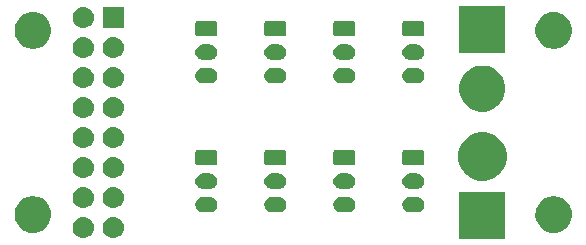
<source format=gbr>
G04 #@! TF.GenerationSoftware,KiCad,Pcbnew,(5.1.4)-1*
G04 #@! TF.CreationDate,2021-11-14T18:33:36-06:00*
G04 #@! TF.ProjectId,FadecandyHatV1.0,46616465-6361-46e6-9479-48617456312e,rev?*
G04 #@! TF.SameCoordinates,Original*
G04 #@! TF.FileFunction,Soldermask,Bot*
G04 #@! TF.FilePolarity,Negative*
%FSLAX46Y46*%
G04 Gerber Fmt 4.6, Leading zero omitted, Abs format (unit mm)*
G04 Created by KiCad (PCBNEW (5.1.4)-1) date 2021-11-14 18:33:36*
%MOMM*%
%LPD*%
G04 APERTURE LIST*
%ADD10C,0.100000*%
G04 APERTURE END LIST*
D10*
G36*
X37003000Y-21255000D02*
G01*
X33101000Y-21255000D01*
X33101000Y-17353000D01*
X37003000Y-17353000D01*
X37003000Y-21255000D01*
X37003000Y-21255000D01*
G37*
G36*
X3920443Y-19425519D02*
G01*
X3986627Y-19432037D01*
X4156466Y-19483557D01*
X4312991Y-19567222D01*
X4348729Y-19596552D01*
X4450186Y-19679814D01*
X4533448Y-19781271D01*
X4562778Y-19817009D01*
X4646443Y-19973534D01*
X4697963Y-20143373D01*
X4715359Y-20320000D01*
X4697963Y-20496627D01*
X4646443Y-20666466D01*
X4562778Y-20822991D01*
X4533448Y-20858729D01*
X4450186Y-20960186D01*
X4348729Y-21043448D01*
X4312991Y-21072778D01*
X4156466Y-21156443D01*
X3986627Y-21207963D01*
X3920442Y-21214482D01*
X3854260Y-21221000D01*
X3765740Y-21221000D01*
X3699558Y-21214482D01*
X3633373Y-21207963D01*
X3463534Y-21156443D01*
X3307009Y-21072778D01*
X3271271Y-21043448D01*
X3169814Y-20960186D01*
X3086552Y-20858729D01*
X3057222Y-20822991D01*
X2973557Y-20666466D01*
X2922037Y-20496627D01*
X2904641Y-20320000D01*
X2922037Y-20143373D01*
X2973557Y-19973534D01*
X3057222Y-19817009D01*
X3086552Y-19781271D01*
X3169814Y-19679814D01*
X3271271Y-19596552D01*
X3307009Y-19567222D01*
X3463534Y-19483557D01*
X3633373Y-19432037D01*
X3699557Y-19425519D01*
X3765740Y-19419000D01*
X3854260Y-19419000D01*
X3920443Y-19425519D01*
X3920443Y-19425519D01*
G37*
G36*
X1380443Y-19425519D02*
G01*
X1446627Y-19432037D01*
X1616466Y-19483557D01*
X1772991Y-19567222D01*
X1808729Y-19596552D01*
X1910186Y-19679814D01*
X1993448Y-19781271D01*
X2022778Y-19817009D01*
X2106443Y-19973534D01*
X2157963Y-20143373D01*
X2175359Y-20320000D01*
X2157963Y-20496627D01*
X2106443Y-20666466D01*
X2022778Y-20822991D01*
X1993448Y-20858729D01*
X1910186Y-20960186D01*
X1808729Y-21043448D01*
X1772991Y-21072778D01*
X1616466Y-21156443D01*
X1446627Y-21207963D01*
X1380442Y-21214482D01*
X1314260Y-21221000D01*
X1225740Y-21221000D01*
X1159558Y-21214482D01*
X1093373Y-21207963D01*
X923534Y-21156443D01*
X767009Y-21072778D01*
X731271Y-21043448D01*
X629814Y-20960186D01*
X546552Y-20858729D01*
X517222Y-20822991D01*
X433557Y-20666466D01*
X382037Y-20496627D01*
X364641Y-20320000D01*
X382037Y-20143373D01*
X433557Y-19973534D01*
X517222Y-19817009D01*
X546552Y-19781271D01*
X629814Y-19679814D01*
X731271Y-19596552D01*
X767009Y-19567222D01*
X923534Y-19483557D01*
X1093373Y-19432037D01*
X1159557Y-19425519D01*
X1225740Y-19419000D01*
X1314260Y-19419000D01*
X1380443Y-19425519D01*
X1380443Y-19425519D01*
G37*
G36*
X41402585Y-17703802D02*
G01*
X41552410Y-17733604D01*
X41834674Y-17850521D01*
X42088705Y-18020259D01*
X42304741Y-18236295D01*
X42474479Y-18490326D01*
X42591396Y-18772590D01*
X42607501Y-18853554D01*
X42635707Y-18995354D01*
X42651000Y-19072240D01*
X42651000Y-19377760D01*
X42591396Y-19677410D01*
X42474479Y-19959674D01*
X42304741Y-20213705D01*
X42088705Y-20429741D01*
X41834674Y-20599479D01*
X41552410Y-20716396D01*
X41402585Y-20746198D01*
X41252761Y-20776000D01*
X40947239Y-20776000D01*
X40797415Y-20746198D01*
X40647590Y-20716396D01*
X40365326Y-20599479D01*
X40111295Y-20429741D01*
X39895259Y-20213705D01*
X39725521Y-19959674D01*
X39608604Y-19677410D01*
X39549000Y-19377760D01*
X39549000Y-19072240D01*
X39564294Y-18995354D01*
X39592499Y-18853554D01*
X39608604Y-18772590D01*
X39725521Y-18490326D01*
X39895259Y-18236295D01*
X40111295Y-18020259D01*
X40365326Y-17850521D01*
X40647590Y-17733604D01*
X40797415Y-17703802D01*
X40947239Y-17674000D01*
X41252761Y-17674000D01*
X41402585Y-17703802D01*
X41402585Y-17703802D01*
G37*
G36*
X-2697415Y-17703802D02*
G01*
X-2547590Y-17733604D01*
X-2265326Y-17850521D01*
X-2011295Y-18020259D01*
X-1795259Y-18236295D01*
X-1625521Y-18490326D01*
X-1508604Y-18772590D01*
X-1492499Y-18853554D01*
X-1464293Y-18995354D01*
X-1449000Y-19072240D01*
X-1449000Y-19377760D01*
X-1508604Y-19677410D01*
X-1625521Y-19959674D01*
X-1795259Y-20213705D01*
X-2011295Y-20429741D01*
X-2265326Y-20599479D01*
X-2547590Y-20716396D01*
X-2697415Y-20746198D01*
X-2847239Y-20776000D01*
X-3152761Y-20776000D01*
X-3302585Y-20746198D01*
X-3452410Y-20716396D01*
X-3734674Y-20599479D01*
X-3988705Y-20429741D01*
X-4204741Y-20213705D01*
X-4374479Y-19959674D01*
X-4491396Y-19677410D01*
X-4551000Y-19377760D01*
X-4551000Y-19072240D01*
X-4535706Y-18995354D01*
X-4507501Y-18853554D01*
X-4491396Y-18772590D01*
X-4374479Y-18490326D01*
X-4204741Y-18236295D01*
X-3988705Y-18020259D01*
X-3734674Y-17850521D01*
X-3452410Y-17733604D01*
X-3302585Y-17703802D01*
X-3152761Y-17674000D01*
X-2847239Y-17674000D01*
X-2697415Y-17703802D01*
X-2697415Y-17703802D01*
G37*
G36*
X23706855Y-17743140D02*
G01*
X23770618Y-17749420D01*
X23861404Y-17776960D01*
X23893336Y-17786646D01*
X24006425Y-17847094D01*
X24105554Y-17928446D01*
X24186906Y-18027575D01*
X24247354Y-18140664D01*
X24247355Y-18140668D01*
X24284580Y-18263382D01*
X24297149Y-18391000D01*
X24284580Y-18518618D01*
X24280284Y-18532779D01*
X24247354Y-18641336D01*
X24186906Y-18754425D01*
X24105554Y-18853554D01*
X24006425Y-18934906D01*
X23893336Y-18995354D01*
X23861404Y-19005040D01*
X23770618Y-19032580D01*
X23706855Y-19038860D01*
X23674974Y-19042000D01*
X23061026Y-19042000D01*
X23029145Y-19038860D01*
X22965382Y-19032580D01*
X22874596Y-19005040D01*
X22842664Y-18995354D01*
X22729575Y-18934906D01*
X22630446Y-18853554D01*
X22549094Y-18754425D01*
X22488646Y-18641336D01*
X22455716Y-18532779D01*
X22451420Y-18518618D01*
X22438851Y-18391000D01*
X22451420Y-18263382D01*
X22488645Y-18140668D01*
X22488646Y-18140664D01*
X22549094Y-18027575D01*
X22630446Y-17928446D01*
X22729575Y-17847094D01*
X22842664Y-17786646D01*
X22874596Y-17776960D01*
X22965382Y-17749420D01*
X23029145Y-17743140D01*
X23061026Y-17740000D01*
X23674974Y-17740000D01*
X23706855Y-17743140D01*
X23706855Y-17743140D01*
G37*
G36*
X12022855Y-17743140D02*
G01*
X12086618Y-17749420D01*
X12177404Y-17776960D01*
X12209336Y-17786646D01*
X12322425Y-17847094D01*
X12421554Y-17928446D01*
X12502906Y-18027575D01*
X12563354Y-18140664D01*
X12563355Y-18140668D01*
X12600580Y-18263382D01*
X12613149Y-18391000D01*
X12600580Y-18518618D01*
X12596284Y-18532779D01*
X12563354Y-18641336D01*
X12502906Y-18754425D01*
X12421554Y-18853554D01*
X12322425Y-18934906D01*
X12209336Y-18995354D01*
X12177404Y-19005040D01*
X12086618Y-19032580D01*
X12022855Y-19038860D01*
X11990974Y-19042000D01*
X11377026Y-19042000D01*
X11345145Y-19038860D01*
X11281382Y-19032580D01*
X11190596Y-19005040D01*
X11158664Y-18995354D01*
X11045575Y-18934906D01*
X10946446Y-18853554D01*
X10865094Y-18754425D01*
X10804646Y-18641336D01*
X10771716Y-18532779D01*
X10767420Y-18518618D01*
X10754851Y-18391000D01*
X10767420Y-18263382D01*
X10804645Y-18140668D01*
X10804646Y-18140664D01*
X10865094Y-18027575D01*
X10946446Y-17928446D01*
X11045575Y-17847094D01*
X11158664Y-17786646D01*
X11190596Y-17776960D01*
X11281382Y-17749420D01*
X11345145Y-17743140D01*
X11377026Y-17740000D01*
X11990974Y-17740000D01*
X12022855Y-17743140D01*
X12022855Y-17743140D01*
G37*
G36*
X17864855Y-17743140D02*
G01*
X17928618Y-17749420D01*
X18019404Y-17776960D01*
X18051336Y-17786646D01*
X18164425Y-17847094D01*
X18263554Y-17928446D01*
X18344906Y-18027575D01*
X18405354Y-18140664D01*
X18405355Y-18140668D01*
X18442580Y-18263382D01*
X18455149Y-18391000D01*
X18442580Y-18518618D01*
X18438284Y-18532779D01*
X18405354Y-18641336D01*
X18344906Y-18754425D01*
X18263554Y-18853554D01*
X18164425Y-18934906D01*
X18051336Y-18995354D01*
X18019404Y-19005040D01*
X17928618Y-19032580D01*
X17864855Y-19038860D01*
X17832974Y-19042000D01*
X17219026Y-19042000D01*
X17187145Y-19038860D01*
X17123382Y-19032580D01*
X17032596Y-19005040D01*
X17000664Y-18995354D01*
X16887575Y-18934906D01*
X16788446Y-18853554D01*
X16707094Y-18754425D01*
X16646646Y-18641336D01*
X16613716Y-18532779D01*
X16609420Y-18518618D01*
X16596851Y-18391000D01*
X16609420Y-18263382D01*
X16646645Y-18140668D01*
X16646646Y-18140664D01*
X16707094Y-18027575D01*
X16788446Y-17928446D01*
X16887575Y-17847094D01*
X17000664Y-17786646D01*
X17032596Y-17776960D01*
X17123382Y-17749420D01*
X17187145Y-17743140D01*
X17219026Y-17740000D01*
X17832974Y-17740000D01*
X17864855Y-17743140D01*
X17864855Y-17743140D01*
G37*
G36*
X29548855Y-17743140D02*
G01*
X29612618Y-17749420D01*
X29703404Y-17776960D01*
X29735336Y-17786646D01*
X29848425Y-17847094D01*
X29947554Y-17928446D01*
X30028906Y-18027575D01*
X30089354Y-18140664D01*
X30089355Y-18140668D01*
X30126580Y-18263382D01*
X30139149Y-18391000D01*
X30126580Y-18518618D01*
X30122284Y-18532779D01*
X30089354Y-18641336D01*
X30028906Y-18754425D01*
X29947554Y-18853554D01*
X29848425Y-18934906D01*
X29735336Y-18995354D01*
X29703404Y-19005040D01*
X29612618Y-19032580D01*
X29548855Y-19038860D01*
X29516974Y-19042000D01*
X28903026Y-19042000D01*
X28871145Y-19038860D01*
X28807382Y-19032580D01*
X28716596Y-19005040D01*
X28684664Y-18995354D01*
X28571575Y-18934906D01*
X28472446Y-18853554D01*
X28391094Y-18754425D01*
X28330646Y-18641336D01*
X28297716Y-18532779D01*
X28293420Y-18518618D01*
X28280851Y-18391000D01*
X28293420Y-18263382D01*
X28330645Y-18140668D01*
X28330646Y-18140664D01*
X28391094Y-18027575D01*
X28472446Y-17928446D01*
X28571575Y-17847094D01*
X28684664Y-17786646D01*
X28716596Y-17776960D01*
X28807382Y-17749420D01*
X28871145Y-17743140D01*
X28903026Y-17740000D01*
X29516974Y-17740000D01*
X29548855Y-17743140D01*
X29548855Y-17743140D01*
G37*
G36*
X1380443Y-16885519D02*
G01*
X1446627Y-16892037D01*
X1616466Y-16943557D01*
X1772991Y-17027222D01*
X1790998Y-17042000D01*
X1910186Y-17139814D01*
X1993448Y-17241271D01*
X2022778Y-17277009D01*
X2106443Y-17433534D01*
X2157963Y-17603373D01*
X2175359Y-17780000D01*
X2157963Y-17956627D01*
X2106443Y-18126466D01*
X2022778Y-18282991D01*
X1993448Y-18318729D01*
X1910186Y-18420186D01*
X1824719Y-18490326D01*
X1772991Y-18532778D01*
X1616466Y-18616443D01*
X1446627Y-18667963D01*
X1380443Y-18674481D01*
X1314260Y-18681000D01*
X1225740Y-18681000D01*
X1159557Y-18674481D01*
X1093373Y-18667963D01*
X923534Y-18616443D01*
X767009Y-18532778D01*
X715281Y-18490326D01*
X629814Y-18420186D01*
X546552Y-18318729D01*
X517222Y-18282991D01*
X433557Y-18126466D01*
X382037Y-17956627D01*
X364641Y-17780000D01*
X382037Y-17603373D01*
X433557Y-17433534D01*
X517222Y-17277009D01*
X546552Y-17241271D01*
X629814Y-17139814D01*
X749002Y-17042000D01*
X767009Y-17027222D01*
X923534Y-16943557D01*
X1093373Y-16892037D01*
X1159557Y-16885519D01*
X1225740Y-16879000D01*
X1314260Y-16879000D01*
X1380443Y-16885519D01*
X1380443Y-16885519D01*
G37*
G36*
X3920443Y-16885519D02*
G01*
X3986627Y-16892037D01*
X4156466Y-16943557D01*
X4312991Y-17027222D01*
X4330998Y-17042000D01*
X4450186Y-17139814D01*
X4533448Y-17241271D01*
X4562778Y-17277009D01*
X4646443Y-17433534D01*
X4697963Y-17603373D01*
X4715359Y-17780000D01*
X4697963Y-17956627D01*
X4646443Y-18126466D01*
X4562778Y-18282991D01*
X4533448Y-18318729D01*
X4450186Y-18420186D01*
X4364719Y-18490326D01*
X4312991Y-18532778D01*
X4156466Y-18616443D01*
X3986627Y-18667963D01*
X3920443Y-18674481D01*
X3854260Y-18681000D01*
X3765740Y-18681000D01*
X3699557Y-18674481D01*
X3633373Y-18667963D01*
X3463534Y-18616443D01*
X3307009Y-18532778D01*
X3255281Y-18490326D01*
X3169814Y-18420186D01*
X3086552Y-18318729D01*
X3057222Y-18282991D01*
X2973557Y-18126466D01*
X2922037Y-17956627D01*
X2904641Y-17780000D01*
X2922037Y-17603373D01*
X2973557Y-17433534D01*
X3057222Y-17277009D01*
X3086552Y-17241271D01*
X3169814Y-17139814D01*
X3289002Y-17042000D01*
X3307009Y-17027222D01*
X3463534Y-16943557D01*
X3633373Y-16892037D01*
X3699557Y-16885519D01*
X3765740Y-16879000D01*
X3854260Y-16879000D01*
X3920443Y-16885519D01*
X3920443Y-16885519D01*
G37*
G36*
X29547322Y-15742989D02*
G01*
X29612618Y-15749420D01*
X29703404Y-15776960D01*
X29735336Y-15786646D01*
X29848425Y-15847094D01*
X29947554Y-15928446D01*
X30028906Y-16027575D01*
X30089354Y-16140664D01*
X30089355Y-16140668D01*
X30126580Y-16263382D01*
X30139149Y-16391000D01*
X30126580Y-16518618D01*
X30099040Y-16609404D01*
X30089354Y-16641336D01*
X30028906Y-16754425D01*
X29947554Y-16853554D01*
X29848425Y-16934906D01*
X29735336Y-16995354D01*
X29703404Y-17005040D01*
X29612618Y-17032580D01*
X29548855Y-17038860D01*
X29516974Y-17042000D01*
X28903026Y-17042000D01*
X28871145Y-17038860D01*
X28807382Y-17032580D01*
X28716596Y-17005040D01*
X28684664Y-16995354D01*
X28571575Y-16934906D01*
X28472446Y-16853554D01*
X28391094Y-16754425D01*
X28330646Y-16641336D01*
X28320960Y-16609404D01*
X28293420Y-16518618D01*
X28280851Y-16391000D01*
X28293420Y-16263382D01*
X28330645Y-16140668D01*
X28330646Y-16140664D01*
X28391094Y-16027575D01*
X28472446Y-15928446D01*
X28571575Y-15847094D01*
X28684664Y-15786646D01*
X28716596Y-15776960D01*
X28807382Y-15749420D01*
X28872678Y-15742989D01*
X28903026Y-15740000D01*
X29516974Y-15740000D01*
X29547322Y-15742989D01*
X29547322Y-15742989D01*
G37*
G36*
X23705322Y-15742989D02*
G01*
X23770618Y-15749420D01*
X23861404Y-15776960D01*
X23893336Y-15786646D01*
X24006425Y-15847094D01*
X24105554Y-15928446D01*
X24186906Y-16027575D01*
X24247354Y-16140664D01*
X24247355Y-16140668D01*
X24284580Y-16263382D01*
X24297149Y-16391000D01*
X24284580Y-16518618D01*
X24257040Y-16609404D01*
X24247354Y-16641336D01*
X24186906Y-16754425D01*
X24105554Y-16853554D01*
X24006425Y-16934906D01*
X23893336Y-16995354D01*
X23861404Y-17005040D01*
X23770618Y-17032580D01*
X23706855Y-17038860D01*
X23674974Y-17042000D01*
X23061026Y-17042000D01*
X23029145Y-17038860D01*
X22965382Y-17032580D01*
X22874596Y-17005040D01*
X22842664Y-16995354D01*
X22729575Y-16934906D01*
X22630446Y-16853554D01*
X22549094Y-16754425D01*
X22488646Y-16641336D01*
X22478960Y-16609404D01*
X22451420Y-16518618D01*
X22438851Y-16391000D01*
X22451420Y-16263382D01*
X22488645Y-16140668D01*
X22488646Y-16140664D01*
X22549094Y-16027575D01*
X22630446Y-15928446D01*
X22729575Y-15847094D01*
X22842664Y-15786646D01*
X22874596Y-15776960D01*
X22965382Y-15749420D01*
X23030678Y-15742989D01*
X23061026Y-15740000D01*
X23674974Y-15740000D01*
X23705322Y-15742989D01*
X23705322Y-15742989D01*
G37*
G36*
X12021322Y-15742989D02*
G01*
X12086618Y-15749420D01*
X12177404Y-15776960D01*
X12209336Y-15786646D01*
X12322425Y-15847094D01*
X12421554Y-15928446D01*
X12502906Y-16027575D01*
X12563354Y-16140664D01*
X12563355Y-16140668D01*
X12600580Y-16263382D01*
X12613149Y-16391000D01*
X12600580Y-16518618D01*
X12573040Y-16609404D01*
X12563354Y-16641336D01*
X12502906Y-16754425D01*
X12421554Y-16853554D01*
X12322425Y-16934906D01*
X12209336Y-16995354D01*
X12177404Y-17005040D01*
X12086618Y-17032580D01*
X12022855Y-17038860D01*
X11990974Y-17042000D01*
X11377026Y-17042000D01*
X11345145Y-17038860D01*
X11281382Y-17032580D01*
X11190596Y-17005040D01*
X11158664Y-16995354D01*
X11045575Y-16934906D01*
X10946446Y-16853554D01*
X10865094Y-16754425D01*
X10804646Y-16641336D01*
X10794960Y-16609404D01*
X10767420Y-16518618D01*
X10754851Y-16391000D01*
X10767420Y-16263382D01*
X10804645Y-16140668D01*
X10804646Y-16140664D01*
X10865094Y-16027575D01*
X10946446Y-15928446D01*
X11045575Y-15847094D01*
X11158664Y-15786646D01*
X11190596Y-15776960D01*
X11281382Y-15749420D01*
X11346678Y-15742989D01*
X11377026Y-15740000D01*
X11990974Y-15740000D01*
X12021322Y-15742989D01*
X12021322Y-15742989D01*
G37*
G36*
X17863322Y-15742989D02*
G01*
X17928618Y-15749420D01*
X18019404Y-15776960D01*
X18051336Y-15786646D01*
X18164425Y-15847094D01*
X18263554Y-15928446D01*
X18344906Y-16027575D01*
X18405354Y-16140664D01*
X18405355Y-16140668D01*
X18442580Y-16263382D01*
X18455149Y-16391000D01*
X18442580Y-16518618D01*
X18415040Y-16609404D01*
X18405354Y-16641336D01*
X18344906Y-16754425D01*
X18263554Y-16853554D01*
X18164425Y-16934906D01*
X18051336Y-16995354D01*
X18019404Y-17005040D01*
X17928618Y-17032580D01*
X17864855Y-17038860D01*
X17832974Y-17042000D01*
X17219026Y-17042000D01*
X17187145Y-17038860D01*
X17123382Y-17032580D01*
X17032596Y-17005040D01*
X17000664Y-16995354D01*
X16887575Y-16934906D01*
X16788446Y-16853554D01*
X16707094Y-16754425D01*
X16646646Y-16641336D01*
X16636960Y-16609404D01*
X16609420Y-16518618D01*
X16596851Y-16391000D01*
X16609420Y-16263382D01*
X16646645Y-16140668D01*
X16646646Y-16140664D01*
X16707094Y-16027575D01*
X16788446Y-15928446D01*
X16887575Y-15847094D01*
X17000664Y-15786646D01*
X17032596Y-15776960D01*
X17123382Y-15749420D01*
X17188678Y-15742989D01*
X17219026Y-15740000D01*
X17832974Y-15740000D01*
X17863322Y-15742989D01*
X17863322Y-15742989D01*
G37*
G36*
X35650254Y-12331818D02*
G01*
X36023511Y-12486426D01*
X36023513Y-12486427D01*
X36359436Y-12710884D01*
X36645116Y-12996564D01*
X36678460Y-13046466D01*
X36869574Y-13332489D01*
X37024182Y-13705746D01*
X37103000Y-14101993D01*
X37103000Y-14506007D01*
X37024182Y-14902254D01*
X36884283Y-15240000D01*
X36869573Y-15275513D01*
X36645116Y-15611436D01*
X36359436Y-15897116D01*
X36023513Y-16121573D01*
X36023512Y-16121574D01*
X36023511Y-16121574D01*
X35650254Y-16276182D01*
X35254007Y-16355000D01*
X34849993Y-16355000D01*
X34453746Y-16276182D01*
X34080489Y-16121574D01*
X34080488Y-16121574D01*
X34080487Y-16121573D01*
X33744564Y-15897116D01*
X33458884Y-15611436D01*
X33234427Y-15275513D01*
X33219717Y-15240000D01*
X33079818Y-14902254D01*
X33001000Y-14506007D01*
X33001000Y-14101993D01*
X33079818Y-13705746D01*
X33234426Y-13332489D01*
X33425541Y-13046466D01*
X33458884Y-12996564D01*
X33744564Y-12710884D01*
X34080487Y-12486427D01*
X34080489Y-12486426D01*
X34453746Y-12331818D01*
X34849993Y-12253000D01*
X35254007Y-12253000D01*
X35650254Y-12331818D01*
X35650254Y-12331818D01*
G37*
G36*
X3920443Y-14345519D02*
G01*
X3986627Y-14352037D01*
X4156466Y-14403557D01*
X4312991Y-14487222D01*
X4335879Y-14506006D01*
X4450186Y-14599814D01*
X4533448Y-14701271D01*
X4562778Y-14737009D01*
X4646443Y-14893534D01*
X4697963Y-15063373D01*
X4715359Y-15240000D01*
X4697963Y-15416627D01*
X4646443Y-15586466D01*
X4562778Y-15742991D01*
X4533448Y-15778729D01*
X4450186Y-15880186D01*
X4348729Y-15963448D01*
X4312991Y-15992778D01*
X4156466Y-16076443D01*
X3986627Y-16127963D01*
X3920443Y-16134481D01*
X3854260Y-16141000D01*
X3765740Y-16141000D01*
X3699557Y-16134481D01*
X3633373Y-16127963D01*
X3463534Y-16076443D01*
X3307009Y-15992778D01*
X3271271Y-15963448D01*
X3169814Y-15880186D01*
X3086552Y-15778729D01*
X3057222Y-15742991D01*
X2973557Y-15586466D01*
X2922037Y-15416627D01*
X2904641Y-15240000D01*
X2922037Y-15063373D01*
X2973557Y-14893534D01*
X3057222Y-14737009D01*
X3086552Y-14701271D01*
X3169814Y-14599814D01*
X3284121Y-14506006D01*
X3307009Y-14487222D01*
X3463534Y-14403557D01*
X3633373Y-14352037D01*
X3699557Y-14345519D01*
X3765740Y-14339000D01*
X3854260Y-14339000D01*
X3920443Y-14345519D01*
X3920443Y-14345519D01*
G37*
G36*
X1380443Y-14345519D02*
G01*
X1446627Y-14352037D01*
X1616466Y-14403557D01*
X1772991Y-14487222D01*
X1795879Y-14506006D01*
X1910186Y-14599814D01*
X1993448Y-14701271D01*
X2022778Y-14737009D01*
X2106443Y-14893534D01*
X2157963Y-15063373D01*
X2175359Y-15240000D01*
X2157963Y-15416627D01*
X2106443Y-15586466D01*
X2022778Y-15742991D01*
X1993448Y-15778729D01*
X1910186Y-15880186D01*
X1808729Y-15963448D01*
X1772991Y-15992778D01*
X1616466Y-16076443D01*
X1446627Y-16127963D01*
X1380443Y-16134481D01*
X1314260Y-16141000D01*
X1225740Y-16141000D01*
X1159557Y-16134481D01*
X1093373Y-16127963D01*
X923534Y-16076443D01*
X767009Y-15992778D01*
X731271Y-15963448D01*
X629814Y-15880186D01*
X546552Y-15778729D01*
X517222Y-15742991D01*
X433557Y-15586466D01*
X382037Y-15416627D01*
X364641Y-15240000D01*
X382037Y-15063373D01*
X433557Y-14893534D01*
X517222Y-14737009D01*
X546552Y-14701271D01*
X629814Y-14599814D01*
X744121Y-14506006D01*
X767009Y-14487222D01*
X923534Y-14403557D01*
X1093373Y-14352037D01*
X1159557Y-14345519D01*
X1225740Y-14339000D01*
X1314260Y-14339000D01*
X1380443Y-14345519D01*
X1380443Y-14345519D01*
G37*
G36*
X12450242Y-13744404D02*
G01*
X12487337Y-13755657D01*
X12521515Y-13773925D01*
X12551481Y-13798519D01*
X12576075Y-13828485D01*
X12594343Y-13862663D01*
X12605596Y-13899758D01*
X12610000Y-13944474D01*
X12610000Y-14837526D01*
X12605596Y-14882242D01*
X12594343Y-14919337D01*
X12576075Y-14953515D01*
X12551481Y-14983481D01*
X12521515Y-15008075D01*
X12487337Y-15026343D01*
X12450242Y-15037596D01*
X12405526Y-15042000D01*
X10962474Y-15042000D01*
X10917758Y-15037596D01*
X10880663Y-15026343D01*
X10846485Y-15008075D01*
X10816519Y-14983481D01*
X10791925Y-14953515D01*
X10773657Y-14919337D01*
X10762404Y-14882242D01*
X10758000Y-14837526D01*
X10758000Y-13944474D01*
X10762404Y-13899758D01*
X10773657Y-13862663D01*
X10791925Y-13828485D01*
X10816519Y-13798519D01*
X10846485Y-13773925D01*
X10880663Y-13755657D01*
X10917758Y-13744404D01*
X10962474Y-13740000D01*
X12405526Y-13740000D01*
X12450242Y-13744404D01*
X12450242Y-13744404D01*
G37*
G36*
X18292242Y-13744404D02*
G01*
X18329337Y-13755657D01*
X18363515Y-13773925D01*
X18393481Y-13798519D01*
X18418075Y-13828485D01*
X18436343Y-13862663D01*
X18447596Y-13899758D01*
X18452000Y-13944474D01*
X18452000Y-14837526D01*
X18447596Y-14882242D01*
X18436343Y-14919337D01*
X18418075Y-14953515D01*
X18393481Y-14983481D01*
X18363515Y-15008075D01*
X18329337Y-15026343D01*
X18292242Y-15037596D01*
X18247526Y-15042000D01*
X16804474Y-15042000D01*
X16759758Y-15037596D01*
X16722663Y-15026343D01*
X16688485Y-15008075D01*
X16658519Y-14983481D01*
X16633925Y-14953515D01*
X16615657Y-14919337D01*
X16604404Y-14882242D01*
X16600000Y-14837526D01*
X16600000Y-13944474D01*
X16604404Y-13899758D01*
X16615657Y-13862663D01*
X16633925Y-13828485D01*
X16658519Y-13798519D01*
X16688485Y-13773925D01*
X16722663Y-13755657D01*
X16759758Y-13744404D01*
X16804474Y-13740000D01*
X18247526Y-13740000D01*
X18292242Y-13744404D01*
X18292242Y-13744404D01*
G37*
G36*
X24134242Y-13744404D02*
G01*
X24171337Y-13755657D01*
X24205515Y-13773925D01*
X24235481Y-13798519D01*
X24260075Y-13828485D01*
X24278343Y-13862663D01*
X24289596Y-13899758D01*
X24294000Y-13944474D01*
X24294000Y-14837526D01*
X24289596Y-14882242D01*
X24278343Y-14919337D01*
X24260075Y-14953515D01*
X24235481Y-14983481D01*
X24205515Y-15008075D01*
X24171337Y-15026343D01*
X24134242Y-15037596D01*
X24089526Y-15042000D01*
X22646474Y-15042000D01*
X22601758Y-15037596D01*
X22564663Y-15026343D01*
X22530485Y-15008075D01*
X22500519Y-14983481D01*
X22475925Y-14953515D01*
X22457657Y-14919337D01*
X22446404Y-14882242D01*
X22442000Y-14837526D01*
X22442000Y-13944474D01*
X22446404Y-13899758D01*
X22457657Y-13862663D01*
X22475925Y-13828485D01*
X22500519Y-13798519D01*
X22530485Y-13773925D01*
X22564663Y-13755657D01*
X22601758Y-13744404D01*
X22646474Y-13740000D01*
X24089526Y-13740000D01*
X24134242Y-13744404D01*
X24134242Y-13744404D01*
G37*
G36*
X29976242Y-13744404D02*
G01*
X30013337Y-13755657D01*
X30047515Y-13773925D01*
X30077481Y-13798519D01*
X30102075Y-13828485D01*
X30120343Y-13862663D01*
X30131596Y-13899758D01*
X30136000Y-13944474D01*
X30136000Y-14837526D01*
X30131596Y-14882242D01*
X30120343Y-14919337D01*
X30102075Y-14953515D01*
X30077481Y-14983481D01*
X30047515Y-15008075D01*
X30013337Y-15026343D01*
X29976242Y-15037596D01*
X29931526Y-15042000D01*
X28488474Y-15042000D01*
X28443758Y-15037596D01*
X28406663Y-15026343D01*
X28372485Y-15008075D01*
X28342519Y-14983481D01*
X28317925Y-14953515D01*
X28299657Y-14919337D01*
X28288404Y-14882242D01*
X28284000Y-14837526D01*
X28284000Y-13944474D01*
X28288404Y-13899758D01*
X28299657Y-13862663D01*
X28317925Y-13828485D01*
X28342519Y-13798519D01*
X28372485Y-13773925D01*
X28406663Y-13755657D01*
X28443758Y-13744404D01*
X28488474Y-13740000D01*
X29931526Y-13740000D01*
X29976242Y-13744404D01*
X29976242Y-13744404D01*
G37*
G36*
X1380443Y-11805519D02*
G01*
X1446627Y-11812037D01*
X1616466Y-11863557D01*
X1772991Y-11947222D01*
X1808729Y-11976552D01*
X1910186Y-12059814D01*
X1993448Y-12161271D01*
X2022778Y-12197009D01*
X2022779Y-12197011D01*
X2094836Y-12331818D01*
X2106443Y-12353534D01*
X2157963Y-12523373D01*
X2175359Y-12700000D01*
X2157963Y-12876627D01*
X2106443Y-13046466D01*
X2022778Y-13202991D01*
X1993448Y-13238729D01*
X1910186Y-13340186D01*
X1808729Y-13423448D01*
X1772991Y-13452778D01*
X1616466Y-13536443D01*
X1446627Y-13587963D01*
X1380443Y-13594481D01*
X1314260Y-13601000D01*
X1225740Y-13601000D01*
X1159557Y-13594481D01*
X1093373Y-13587963D01*
X923534Y-13536443D01*
X767009Y-13452778D01*
X731271Y-13423448D01*
X629814Y-13340186D01*
X546552Y-13238729D01*
X517222Y-13202991D01*
X433557Y-13046466D01*
X382037Y-12876627D01*
X364641Y-12700000D01*
X382037Y-12523373D01*
X433557Y-12353534D01*
X445165Y-12331818D01*
X517221Y-12197011D01*
X517222Y-12197009D01*
X546552Y-12161271D01*
X629814Y-12059814D01*
X731271Y-11976552D01*
X767009Y-11947222D01*
X923534Y-11863557D01*
X1093373Y-11812037D01*
X1159557Y-11805519D01*
X1225740Y-11799000D01*
X1314260Y-11799000D01*
X1380443Y-11805519D01*
X1380443Y-11805519D01*
G37*
G36*
X3920443Y-11805519D02*
G01*
X3986627Y-11812037D01*
X4156466Y-11863557D01*
X4312991Y-11947222D01*
X4348729Y-11976552D01*
X4450186Y-12059814D01*
X4533448Y-12161271D01*
X4562778Y-12197009D01*
X4562779Y-12197011D01*
X4634836Y-12331818D01*
X4646443Y-12353534D01*
X4697963Y-12523373D01*
X4715359Y-12700000D01*
X4697963Y-12876627D01*
X4646443Y-13046466D01*
X4562778Y-13202991D01*
X4533448Y-13238729D01*
X4450186Y-13340186D01*
X4348729Y-13423448D01*
X4312991Y-13452778D01*
X4156466Y-13536443D01*
X3986627Y-13587963D01*
X3920443Y-13594481D01*
X3854260Y-13601000D01*
X3765740Y-13601000D01*
X3699557Y-13594481D01*
X3633373Y-13587963D01*
X3463534Y-13536443D01*
X3307009Y-13452778D01*
X3271271Y-13423448D01*
X3169814Y-13340186D01*
X3086552Y-13238729D01*
X3057222Y-13202991D01*
X2973557Y-13046466D01*
X2922037Y-12876627D01*
X2904641Y-12700000D01*
X2922037Y-12523373D01*
X2973557Y-12353534D01*
X2985165Y-12331818D01*
X3057221Y-12197011D01*
X3057222Y-12197009D01*
X3086552Y-12161271D01*
X3169814Y-12059814D01*
X3271271Y-11976552D01*
X3307009Y-11947222D01*
X3463534Y-11863557D01*
X3633373Y-11812037D01*
X3699557Y-11805519D01*
X3765740Y-11799000D01*
X3854260Y-11799000D01*
X3920443Y-11805519D01*
X3920443Y-11805519D01*
G37*
G36*
X3920442Y-9265518D02*
G01*
X3986627Y-9272037D01*
X4156466Y-9323557D01*
X4312991Y-9407222D01*
X4348729Y-9436552D01*
X4450186Y-9519814D01*
X4533448Y-9621271D01*
X4562778Y-9657009D01*
X4646443Y-9813534D01*
X4697963Y-9983373D01*
X4715359Y-10160000D01*
X4697963Y-10336627D01*
X4646443Y-10506466D01*
X4562778Y-10662991D01*
X4533448Y-10698729D01*
X4450186Y-10800186D01*
X4348729Y-10883448D01*
X4312991Y-10912778D01*
X4156466Y-10996443D01*
X3986627Y-11047963D01*
X3920443Y-11054481D01*
X3854260Y-11061000D01*
X3765740Y-11061000D01*
X3699557Y-11054481D01*
X3633373Y-11047963D01*
X3463534Y-10996443D01*
X3307009Y-10912778D01*
X3271271Y-10883448D01*
X3169814Y-10800186D01*
X3086552Y-10698729D01*
X3057222Y-10662991D01*
X2973557Y-10506466D01*
X2922037Y-10336627D01*
X2904641Y-10160000D01*
X2922037Y-9983373D01*
X2973557Y-9813534D01*
X3057222Y-9657009D01*
X3086552Y-9621271D01*
X3169814Y-9519814D01*
X3271271Y-9436552D01*
X3307009Y-9407222D01*
X3463534Y-9323557D01*
X3633373Y-9272037D01*
X3699558Y-9265518D01*
X3765740Y-9259000D01*
X3854260Y-9259000D01*
X3920442Y-9265518D01*
X3920442Y-9265518D01*
G37*
G36*
X1380442Y-9265518D02*
G01*
X1446627Y-9272037D01*
X1616466Y-9323557D01*
X1772991Y-9407222D01*
X1808729Y-9436552D01*
X1910186Y-9519814D01*
X1993448Y-9621271D01*
X2022778Y-9657009D01*
X2106443Y-9813534D01*
X2157963Y-9983373D01*
X2175359Y-10160000D01*
X2157963Y-10336627D01*
X2106443Y-10506466D01*
X2022778Y-10662991D01*
X1993448Y-10698729D01*
X1910186Y-10800186D01*
X1808729Y-10883448D01*
X1772991Y-10912778D01*
X1616466Y-10996443D01*
X1446627Y-11047963D01*
X1380443Y-11054481D01*
X1314260Y-11061000D01*
X1225740Y-11061000D01*
X1159557Y-11054481D01*
X1093373Y-11047963D01*
X923534Y-10996443D01*
X767009Y-10912778D01*
X731271Y-10883448D01*
X629814Y-10800186D01*
X546552Y-10698729D01*
X517222Y-10662991D01*
X433557Y-10506466D01*
X382037Y-10336627D01*
X364641Y-10160000D01*
X382037Y-9983373D01*
X433557Y-9813534D01*
X517222Y-9657009D01*
X546552Y-9621271D01*
X629814Y-9519814D01*
X731271Y-9436552D01*
X767009Y-9407222D01*
X923534Y-9323557D01*
X1093373Y-9272037D01*
X1159558Y-9265518D01*
X1225740Y-9259000D01*
X1314260Y-9259000D01*
X1380442Y-9265518D01*
X1380442Y-9265518D01*
G37*
G36*
X35621085Y-6679975D02*
G01*
X35954306Y-6818000D01*
X35976145Y-6827046D01*
X36295690Y-7040559D01*
X36567441Y-7312310D01*
X36780954Y-7631855D01*
X36780955Y-7631857D01*
X36928025Y-7986915D01*
X37003000Y-8363842D01*
X37003000Y-8748158D01*
X36928025Y-9125085D01*
X36811160Y-9407221D01*
X36780954Y-9480145D01*
X36567441Y-9799690D01*
X36295690Y-10071441D01*
X35976145Y-10284954D01*
X35976144Y-10284955D01*
X35976143Y-10284955D01*
X35621085Y-10432025D01*
X35244158Y-10507000D01*
X34859842Y-10507000D01*
X34482915Y-10432025D01*
X34127857Y-10284955D01*
X34127856Y-10284955D01*
X34127855Y-10284954D01*
X33808310Y-10071441D01*
X33536559Y-9799690D01*
X33323046Y-9480145D01*
X33292840Y-9407221D01*
X33175975Y-9125085D01*
X33101000Y-8748158D01*
X33101000Y-8363842D01*
X33175975Y-7986915D01*
X33323045Y-7631857D01*
X33323046Y-7631855D01*
X33536559Y-7312310D01*
X33808310Y-7040559D01*
X34127855Y-6827046D01*
X34149694Y-6818000D01*
X34482915Y-6679975D01*
X34859842Y-6605000D01*
X35244158Y-6605000D01*
X35621085Y-6679975D01*
X35621085Y-6679975D01*
G37*
G36*
X1380442Y-6725518D02*
G01*
X1446627Y-6732037D01*
X1616466Y-6783557D01*
X1772991Y-6867222D01*
X1808729Y-6896552D01*
X1910186Y-6979814D01*
X1960037Y-7040559D01*
X2022778Y-7117009D01*
X2106443Y-7273534D01*
X2157963Y-7443373D01*
X2175359Y-7620000D01*
X2157963Y-7796627D01*
X2106443Y-7966466D01*
X2022778Y-8122991D01*
X1993448Y-8158729D01*
X1910186Y-8260186D01*
X1808729Y-8343448D01*
X1772991Y-8372778D01*
X1616466Y-8456443D01*
X1446627Y-8507963D01*
X1380443Y-8514481D01*
X1314260Y-8521000D01*
X1225740Y-8521000D01*
X1159557Y-8514481D01*
X1093373Y-8507963D01*
X923534Y-8456443D01*
X767009Y-8372778D01*
X731271Y-8343448D01*
X629814Y-8260186D01*
X546552Y-8158729D01*
X517222Y-8122991D01*
X433557Y-7966466D01*
X382037Y-7796627D01*
X364641Y-7620000D01*
X382037Y-7443373D01*
X433557Y-7273534D01*
X517222Y-7117009D01*
X579963Y-7040559D01*
X629814Y-6979814D01*
X731271Y-6896552D01*
X767009Y-6867222D01*
X923534Y-6783557D01*
X1093373Y-6732037D01*
X1159558Y-6725518D01*
X1225740Y-6719000D01*
X1314260Y-6719000D01*
X1380442Y-6725518D01*
X1380442Y-6725518D01*
G37*
G36*
X3920442Y-6725518D02*
G01*
X3986627Y-6732037D01*
X4156466Y-6783557D01*
X4312991Y-6867222D01*
X4348729Y-6896552D01*
X4450186Y-6979814D01*
X4500037Y-7040559D01*
X4562778Y-7117009D01*
X4646443Y-7273534D01*
X4697963Y-7443373D01*
X4715359Y-7620000D01*
X4697963Y-7796627D01*
X4646443Y-7966466D01*
X4562778Y-8122991D01*
X4533448Y-8158729D01*
X4450186Y-8260186D01*
X4348729Y-8343448D01*
X4312991Y-8372778D01*
X4156466Y-8456443D01*
X3986627Y-8507963D01*
X3920443Y-8514481D01*
X3854260Y-8521000D01*
X3765740Y-8521000D01*
X3699557Y-8514481D01*
X3633373Y-8507963D01*
X3463534Y-8456443D01*
X3307009Y-8372778D01*
X3271271Y-8343448D01*
X3169814Y-8260186D01*
X3086552Y-8158729D01*
X3057222Y-8122991D01*
X2973557Y-7966466D01*
X2922037Y-7796627D01*
X2904641Y-7620000D01*
X2922037Y-7443373D01*
X2973557Y-7273534D01*
X3057222Y-7117009D01*
X3119963Y-7040559D01*
X3169814Y-6979814D01*
X3271271Y-6896552D01*
X3307009Y-6867222D01*
X3463534Y-6783557D01*
X3633373Y-6732037D01*
X3699558Y-6725518D01*
X3765740Y-6719000D01*
X3854260Y-6719000D01*
X3920442Y-6725518D01*
X3920442Y-6725518D01*
G37*
G36*
X12022855Y-6821140D02*
G01*
X12086618Y-6827420D01*
X12177404Y-6854960D01*
X12209336Y-6864646D01*
X12322425Y-6925094D01*
X12421554Y-7006446D01*
X12502906Y-7105575D01*
X12563354Y-7218664D01*
X12563355Y-7218668D01*
X12600580Y-7341382D01*
X12613149Y-7469000D01*
X12600580Y-7596618D01*
X12593487Y-7620000D01*
X12563354Y-7719336D01*
X12502906Y-7832425D01*
X12421554Y-7931554D01*
X12322425Y-8012906D01*
X12209336Y-8073354D01*
X12177404Y-8083040D01*
X12086618Y-8110580D01*
X12022855Y-8116860D01*
X11990974Y-8120000D01*
X11377026Y-8120000D01*
X11345145Y-8116860D01*
X11281382Y-8110580D01*
X11190596Y-8083040D01*
X11158664Y-8073354D01*
X11045575Y-8012906D01*
X10946446Y-7931554D01*
X10865094Y-7832425D01*
X10804646Y-7719336D01*
X10774513Y-7620000D01*
X10767420Y-7596618D01*
X10754851Y-7469000D01*
X10767420Y-7341382D01*
X10804645Y-7218668D01*
X10804646Y-7218664D01*
X10865094Y-7105575D01*
X10946446Y-7006446D01*
X11045575Y-6925094D01*
X11158664Y-6864646D01*
X11190596Y-6854960D01*
X11281382Y-6827420D01*
X11345145Y-6821140D01*
X11377026Y-6818000D01*
X11990974Y-6818000D01*
X12022855Y-6821140D01*
X12022855Y-6821140D01*
G37*
G36*
X23706855Y-6821140D02*
G01*
X23770618Y-6827420D01*
X23861404Y-6854960D01*
X23893336Y-6864646D01*
X24006425Y-6925094D01*
X24105554Y-7006446D01*
X24186906Y-7105575D01*
X24247354Y-7218664D01*
X24247355Y-7218668D01*
X24284580Y-7341382D01*
X24297149Y-7469000D01*
X24284580Y-7596618D01*
X24277487Y-7620000D01*
X24247354Y-7719336D01*
X24186906Y-7832425D01*
X24105554Y-7931554D01*
X24006425Y-8012906D01*
X23893336Y-8073354D01*
X23861404Y-8083040D01*
X23770618Y-8110580D01*
X23706855Y-8116860D01*
X23674974Y-8120000D01*
X23061026Y-8120000D01*
X23029145Y-8116860D01*
X22965382Y-8110580D01*
X22874596Y-8083040D01*
X22842664Y-8073354D01*
X22729575Y-8012906D01*
X22630446Y-7931554D01*
X22549094Y-7832425D01*
X22488646Y-7719336D01*
X22458513Y-7620000D01*
X22451420Y-7596618D01*
X22438851Y-7469000D01*
X22451420Y-7341382D01*
X22488645Y-7218668D01*
X22488646Y-7218664D01*
X22549094Y-7105575D01*
X22630446Y-7006446D01*
X22729575Y-6925094D01*
X22842664Y-6864646D01*
X22874596Y-6854960D01*
X22965382Y-6827420D01*
X23029145Y-6821140D01*
X23061026Y-6818000D01*
X23674974Y-6818000D01*
X23706855Y-6821140D01*
X23706855Y-6821140D01*
G37*
G36*
X17864855Y-6821140D02*
G01*
X17928618Y-6827420D01*
X18019404Y-6854960D01*
X18051336Y-6864646D01*
X18164425Y-6925094D01*
X18263554Y-7006446D01*
X18344906Y-7105575D01*
X18405354Y-7218664D01*
X18405355Y-7218668D01*
X18442580Y-7341382D01*
X18455149Y-7469000D01*
X18442580Y-7596618D01*
X18435487Y-7620000D01*
X18405354Y-7719336D01*
X18344906Y-7832425D01*
X18263554Y-7931554D01*
X18164425Y-8012906D01*
X18051336Y-8073354D01*
X18019404Y-8083040D01*
X17928618Y-8110580D01*
X17864855Y-8116860D01*
X17832974Y-8120000D01*
X17219026Y-8120000D01*
X17187145Y-8116860D01*
X17123382Y-8110580D01*
X17032596Y-8083040D01*
X17000664Y-8073354D01*
X16887575Y-8012906D01*
X16788446Y-7931554D01*
X16707094Y-7832425D01*
X16646646Y-7719336D01*
X16616513Y-7620000D01*
X16609420Y-7596618D01*
X16596851Y-7469000D01*
X16609420Y-7341382D01*
X16646645Y-7218668D01*
X16646646Y-7218664D01*
X16707094Y-7105575D01*
X16788446Y-7006446D01*
X16887575Y-6925094D01*
X17000664Y-6864646D01*
X17032596Y-6854960D01*
X17123382Y-6827420D01*
X17187145Y-6821140D01*
X17219026Y-6818000D01*
X17832974Y-6818000D01*
X17864855Y-6821140D01*
X17864855Y-6821140D01*
G37*
G36*
X29548855Y-6821140D02*
G01*
X29612618Y-6827420D01*
X29703404Y-6854960D01*
X29735336Y-6864646D01*
X29848425Y-6925094D01*
X29947554Y-7006446D01*
X30028906Y-7105575D01*
X30089354Y-7218664D01*
X30089355Y-7218668D01*
X30126580Y-7341382D01*
X30139149Y-7469000D01*
X30126580Y-7596618D01*
X30119487Y-7620000D01*
X30089354Y-7719336D01*
X30028906Y-7832425D01*
X29947554Y-7931554D01*
X29848425Y-8012906D01*
X29735336Y-8073354D01*
X29703404Y-8083040D01*
X29612618Y-8110580D01*
X29548855Y-8116860D01*
X29516974Y-8120000D01*
X28903026Y-8120000D01*
X28871145Y-8116860D01*
X28807382Y-8110580D01*
X28716596Y-8083040D01*
X28684664Y-8073354D01*
X28571575Y-8012906D01*
X28472446Y-7931554D01*
X28391094Y-7832425D01*
X28330646Y-7719336D01*
X28300513Y-7620000D01*
X28293420Y-7596618D01*
X28280851Y-7469000D01*
X28293420Y-7341382D01*
X28330645Y-7218668D01*
X28330646Y-7218664D01*
X28391094Y-7105575D01*
X28472446Y-7006446D01*
X28571575Y-6925094D01*
X28684664Y-6864646D01*
X28716596Y-6854960D01*
X28807382Y-6827420D01*
X28871145Y-6821140D01*
X28903026Y-6818000D01*
X29516974Y-6818000D01*
X29548855Y-6821140D01*
X29548855Y-6821140D01*
G37*
G36*
X12022855Y-4821140D02*
G01*
X12086618Y-4827420D01*
X12177404Y-4854960D01*
X12209336Y-4864646D01*
X12322425Y-4925094D01*
X12421554Y-5006446D01*
X12502906Y-5105575D01*
X12563354Y-5218664D01*
X12563355Y-5218668D01*
X12600580Y-5341382D01*
X12613149Y-5469000D01*
X12600580Y-5596618D01*
X12573040Y-5687404D01*
X12563354Y-5719336D01*
X12502906Y-5832425D01*
X12421554Y-5931554D01*
X12322425Y-6012906D01*
X12209336Y-6073354D01*
X12177404Y-6083040D01*
X12086618Y-6110580D01*
X12022855Y-6116860D01*
X11990974Y-6120000D01*
X11377026Y-6120000D01*
X11345145Y-6116860D01*
X11281382Y-6110580D01*
X11190596Y-6083040D01*
X11158664Y-6073354D01*
X11045575Y-6012906D01*
X10946446Y-5931554D01*
X10865094Y-5832425D01*
X10804646Y-5719336D01*
X10794960Y-5687404D01*
X10767420Y-5596618D01*
X10754851Y-5469000D01*
X10767420Y-5341382D01*
X10804645Y-5218668D01*
X10804646Y-5218664D01*
X10865094Y-5105575D01*
X10946446Y-5006446D01*
X11045575Y-4925094D01*
X11158664Y-4864646D01*
X11190596Y-4854960D01*
X11281382Y-4827420D01*
X11345145Y-4821140D01*
X11377026Y-4818000D01*
X11990974Y-4818000D01*
X12022855Y-4821140D01*
X12022855Y-4821140D01*
G37*
G36*
X17864855Y-4821140D02*
G01*
X17928618Y-4827420D01*
X18019404Y-4854960D01*
X18051336Y-4864646D01*
X18164425Y-4925094D01*
X18263554Y-5006446D01*
X18344906Y-5105575D01*
X18405354Y-5218664D01*
X18405355Y-5218668D01*
X18442580Y-5341382D01*
X18455149Y-5469000D01*
X18442580Y-5596618D01*
X18415040Y-5687404D01*
X18405354Y-5719336D01*
X18344906Y-5832425D01*
X18263554Y-5931554D01*
X18164425Y-6012906D01*
X18051336Y-6073354D01*
X18019404Y-6083040D01*
X17928618Y-6110580D01*
X17864855Y-6116860D01*
X17832974Y-6120000D01*
X17219026Y-6120000D01*
X17187145Y-6116860D01*
X17123382Y-6110580D01*
X17032596Y-6083040D01*
X17000664Y-6073354D01*
X16887575Y-6012906D01*
X16788446Y-5931554D01*
X16707094Y-5832425D01*
X16646646Y-5719336D01*
X16636960Y-5687404D01*
X16609420Y-5596618D01*
X16596851Y-5469000D01*
X16609420Y-5341382D01*
X16646645Y-5218668D01*
X16646646Y-5218664D01*
X16707094Y-5105575D01*
X16788446Y-5006446D01*
X16887575Y-4925094D01*
X17000664Y-4864646D01*
X17032596Y-4854960D01*
X17123382Y-4827420D01*
X17187145Y-4821140D01*
X17219026Y-4818000D01*
X17832974Y-4818000D01*
X17864855Y-4821140D01*
X17864855Y-4821140D01*
G37*
G36*
X23706855Y-4821140D02*
G01*
X23770618Y-4827420D01*
X23861404Y-4854960D01*
X23893336Y-4864646D01*
X24006425Y-4925094D01*
X24105554Y-5006446D01*
X24186906Y-5105575D01*
X24247354Y-5218664D01*
X24247355Y-5218668D01*
X24284580Y-5341382D01*
X24297149Y-5469000D01*
X24284580Y-5596618D01*
X24257040Y-5687404D01*
X24247354Y-5719336D01*
X24186906Y-5832425D01*
X24105554Y-5931554D01*
X24006425Y-6012906D01*
X23893336Y-6073354D01*
X23861404Y-6083040D01*
X23770618Y-6110580D01*
X23706855Y-6116860D01*
X23674974Y-6120000D01*
X23061026Y-6120000D01*
X23029145Y-6116860D01*
X22965382Y-6110580D01*
X22874596Y-6083040D01*
X22842664Y-6073354D01*
X22729575Y-6012906D01*
X22630446Y-5931554D01*
X22549094Y-5832425D01*
X22488646Y-5719336D01*
X22478960Y-5687404D01*
X22451420Y-5596618D01*
X22438851Y-5469000D01*
X22451420Y-5341382D01*
X22488645Y-5218668D01*
X22488646Y-5218664D01*
X22549094Y-5105575D01*
X22630446Y-5006446D01*
X22729575Y-4925094D01*
X22842664Y-4864646D01*
X22874596Y-4854960D01*
X22965382Y-4827420D01*
X23029145Y-4821140D01*
X23061026Y-4818000D01*
X23674974Y-4818000D01*
X23706855Y-4821140D01*
X23706855Y-4821140D01*
G37*
G36*
X29548855Y-4821140D02*
G01*
X29612618Y-4827420D01*
X29703404Y-4854960D01*
X29735336Y-4864646D01*
X29848425Y-4925094D01*
X29947554Y-5006446D01*
X30028906Y-5105575D01*
X30089354Y-5218664D01*
X30089355Y-5218668D01*
X30126580Y-5341382D01*
X30139149Y-5469000D01*
X30126580Y-5596618D01*
X30099040Y-5687404D01*
X30089354Y-5719336D01*
X30028906Y-5832425D01*
X29947554Y-5931554D01*
X29848425Y-6012906D01*
X29735336Y-6073354D01*
X29703404Y-6083040D01*
X29612618Y-6110580D01*
X29548855Y-6116860D01*
X29516974Y-6120000D01*
X28903026Y-6120000D01*
X28871145Y-6116860D01*
X28807382Y-6110580D01*
X28716596Y-6083040D01*
X28684664Y-6073354D01*
X28571575Y-6012906D01*
X28472446Y-5931554D01*
X28391094Y-5832425D01*
X28330646Y-5719336D01*
X28320960Y-5687404D01*
X28293420Y-5596618D01*
X28280851Y-5469000D01*
X28293420Y-5341382D01*
X28330645Y-5218668D01*
X28330646Y-5218664D01*
X28391094Y-5105575D01*
X28472446Y-5006446D01*
X28571575Y-4925094D01*
X28684664Y-4864646D01*
X28716596Y-4854960D01*
X28807382Y-4827420D01*
X28871145Y-4821140D01*
X28903026Y-4818000D01*
X29516974Y-4818000D01*
X29548855Y-4821140D01*
X29548855Y-4821140D01*
G37*
G36*
X3920443Y-4185519D02*
G01*
X3986627Y-4192037D01*
X4156466Y-4243557D01*
X4312991Y-4327222D01*
X4348729Y-4356552D01*
X4450186Y-4439814D01*
X4533448Y-4541271D01*
X4562778Y-4577009D01*
X4646443Y-4733534D01*
X4697963Y-4903373D01*
X4715359Y-5080000D01*
X4697963Y-5256627D01*
X4646443Y-5426466D01*
X4562778Y-5582991D01*
X4533448Y-5618729D01*
X4450186Y-5720186D01*
X4348729Y-5803448D01*
X4312991Y-5832778D01*
X4156466Y-5916443D01*
X3986627Y-5967963D01*
X3920443Y-5974481D01*
X3854260Y-5981000D01*
X3765740Y-5981000D01*
X3699557Y-5974481D01*
X3633373Y-5967963D01*
X3463534Y-5916443D01*
X3307009Y-5832778D01*
X3271271Y-5803448D01*
X3169814Y-5720186D01*
X3086552Y-5618729D01*
X3057222Y-5582991D01*
X2973557Y-5426466D01*
X2922037Y-5256627D01*
X2904641Y-5080000D01*
X2922037Y-4903373D01*
X2973557Y-4733534D01*
X3057222Y-4577009D01*
X3086552Y-4541271D01*
X3169814Y-4439814D01*
X3271271Y-4356552D01*
X3307009Y-4327222D01*
X3463534Y-4243557D01*
X3633373Y-4192037D01*
X3699557Y-4185519D01*
X3765740Y-4179000D01*
X3854260Y-4179000D01*
X3920443Y-4185519D01*
X3920443Y-4185519D01*
G37*
G36*
X1380443Y-4185519D02*
G01*
X1446627Y-4192037D01*
X1616466Y-4243557D01*
X1772991Y-4327222D01*
X1808729Y-4356552D01*
X1910186Y-4439814D01*
X1993448Y-4541271D01*
X2022778Y-4577009D01*
X2106443Y-4733534D01*
X2157963Y-4903373D01*
X2175359Y-5080000D01*
X2157963Y-5256627D01*
X2106443Y-5426466D01*
X2022778Y-5582991D01*
X1993448Y-5618729D01*
X1910186Y-5720186D01*
X1808729Y-5803448D01*
X1772991Y-5832778D01*
X1616466Y-5916443D01*
X1446627Y-5967963D01*
X1380443Y-5974481D01*
X1314260Y-5981000D01*
X1225740Y-5981000D01*
X1159557Y-5974481D01*
X1093373Y-5967963D01*
X923534Y-5916443D01*
X767009Y-5832778D01*
X731271Y-5803448D01*
X629814Y-5720186D01*
X546552Y-5618729D01*
X517222Y-5582991D01*
X433557Y-5426466D01*
X382037Y-5256627D01*
X364641Y-5080000D01*
X382037Y-4903373D01*
X433557Y-4733534D01*
X517222Y-4577009D01*
X546552Y-4541271D01*
X629814Y-4439814D01*
X731271Y-4356552D01*
X767009Y-4327222D01*
X923534Y-4243557D01*
X1093373Y-4192037D01*
X1159557Y-4185519D01*
X1225740Y-4179000D01*
X1314260Y-4179000D01*
X1380443Y-4185519D01*
X1380443Y-4185519D01*
G37*
G36*
X37003000Y-5507000D02*
G01*
X33101000Y-5507000D01*
X33101000Y-1605000D01*
X37003000Y-1605000D01*
X37003000Y-5507000D01*
X37003000Y-5507000D01*
G37*
G36*
X41402585Y-2113802D02*
G01*
X41552410Y-2143604D01*
X41834674Y-2260521D01*
X42088705Y-2430259D01*
X42304741Y-2646295D01*
X42474479Y-2900326D01*
X42591396Y-3182590D01*
X42651000Y-3482240D01*
X42651000Y-3787760D01*
X42591396Y-4087410D01*
X42474479Y-4369674D01*
X42304741Y-4623705D01*
X42088705Y-4839741D01*
X41834674Y-5009479D01*
X41552410Y-5126396D01*
X41402585Y-5156198D01*
X41252761Y-5186000D01*
X40947239Y-5186000D01*
X40797415Y-5156198D01*
X40647590Y-5126396D01*
X40365326Y-5009479D01*
X40111295Y-4839741D01*
X39895259Y-4623705D01*
X39725521Y-4369674D01*
X39608604Y-4087410D01*
X39549000Y-3787760D01*
X39549000Y-3482240D01*
X39608604Y-3182590D01*
X39725521Y-2900326D01*
X39895259Y-2646295D01*
X40111295Y-2430259D01*
X40365326Y-2260521D01*
X40647590Y-2143604D01*
X40797415Y-2113802D01*
X40947239Y-2084000D01*
X41252761Y-2084000D01*
X41402585Y-2113802D01*
X41402585Y-2113802D01*
G37*
G36*
X-2697415Y-2113802D02*
G01*
X-2547590Y-2143604D01*
X-2265326Y-2260521D01*
X-2011295Y-2430259D01*
X-1795259Y-2646295D01*
X-1625521Y-2900326D01*
X-1508604Y-3182590D01*
X-1449000Y-3482240D01*
X-1449000Y-3787760D01*
X-1508604Y-4087410D01*
X-1625521Y-4369674D01*
X-1795259Y-4623705D01*
X-2011295Y-4839741D01*
X-2265326Y-5009479D01*
X-2547590Y-5126396D01*
X-2697415Y-5156198D01*
X-2847239Y-5186000D01*
X-3152761Y-5186000D01*
X-3302585Y-5156198D01*
X-3452410Y-5126396D01*
X-3734674Y-5009479D01*
X-3988705Y-4839741D01*
X-4204741Y-4623705D01*
X-4374479Y-4369674D01*
X-4491396Y-4087410D01*
X-4551000Y-3787760D01*
X-4551000Y-3482240D01*
X-4491396Y-3182590D01*
X-4374479Y-2900326D01*
X-4204741Y-2646295D01*
X-3988705Y-2430259D01*
X-3734674Y-2260521D01*
X-3452410Y-2143604D01*
X-3302585Y-2113802D01*
X-3152761Y-2084000D01*
X-2847239Y-2084000D01*
X-2697415Y-2113802D01*
X-2697415Y-2113802D01*
G37*
G36*
X18292242Y-2822404D02*
G01*
X18329337Y-2833657D01*
X18363515Y-2851925D01*
X18393481Y-2876519D01*
X18418075Y-2906485D01*
X18436343Y-2940663D01*
X18447596Y-2977758D01*
X18452000Y-3022474D01*
X18452000Y-3915526D01*
X18447596Y-3960242D01*
X18436343Y-3997337D01*
X18418075Y-4031515D01*
X18393481Y-4061481D01*
X18363515Y-4086075D01*
X18329337Y-4104343D01*
X18292242Y-4115596D01*
X18247526Y-4120000D01*
X16804474Y-4120000D01*
X16759758Y-4115596D01*
X16722663Y-4104343D01*
X16688485Y-4086075D01*
X16658519Y-4061481D01*
X16633925Y-4031515D01*
X16615657Y-3997337D01*
X16604404Y-3960242D01*
X16600000Y-3915526D01*
X16600000Y-3022474D01*
X16604404Y-2977758D01*
X16615657Y-2940663D01*
X16633925Y-2906485D01*
X16658519Y-2876519D01*
X16688485Y-2851925D01*
X16722663Y-2833657D01*
X16759758Y-2822404D01*
X16804474Y-2818000D01*
X18247526Y-2818000D01*
X18292242Y-2822404D01*
X18292242Y-2822404D01*
G37*
G36*
X29976242Y-2822404D02*
G01*
X30013337Y-2833657D01*
X30047515Y-2851925D01*
X30077481Y-2876519D01*
X30102075Y-2906485D01*
X30120343Y-2940663D01*
X30131596Y-2977758D01*
X30136000Y-3022474D01*
X30136000Y-3915526D01*
X30131596Y-3960242D01*
X30120343Y-3997337D01*
X30102075Y-4031515D01*
X30077481Y-4061481D01*
X30047515Y-4086075D01*
X30013337Y-4104343D01*
X29976242Y-4115596D01*
X29931526Y-4120000D01*
X28488474Y-4120000D01*
X28443758Y-4115596D01*
X28406663Y-4104343D01*
X28372485Y-4086075D01*
X28342519Y-4061481D01*
X28317925Y-4031515D01*
X28299657Y-3997337D01*
X28288404Y-3960242D01*
X28284000Y-3915526D01*
X28284000Y-3022474D01*
X28288404Y-2977758D01*
X28299657Y-2940663D01*
X28317925Y-2906485D01*
X28342519Y-2876519D01*
X28372485Y-2851925D01*
X28406663Y-2833657D01*
X28443758Y-2822404D01*
X28488474Y-2818000D01*
X29931526Y-2818000D01*
X29976242Y-2822404D01*
X29976242Y-2822404D01*
G37*
G36*
X24134242Y-2822404D02*
G01*
X24171337Y-2833657D01*
X24205515Y-2851925D01*
X24235481Y-2876519D01*
X24260075Y-2906485D01*
X24278343Y-2940663D01*
X24289596Y-2977758D01*
X24294000Y-3022474D01*
X24294000Y-3915526D01*
X24289596Y-3960242D01*
X24278343Y-3997337D01*
X24260075Y-4031515D01*
X24235481Y-4061481D01*
X24205515Y-4086075D01*
X24171337Y-4104343D01*
X24134242Y-4115596D01*
X24089526Y-4120000D01*
X22646474Y-4120000D01*
X22601758Y-4115596D01*
X22564663Y-4104343D01*
X22530485Y-4086075D01*
X22500519Y-4061481D01*
X22475925Y-4031515D01*
X22457657Y-3997337D01*
X22446404Y-3960242D01*
X22442000Y-3915526D01*
X22442000Y-3022474D01*
X22446404Y-2977758D01*
X22457657Y-2940663D01*
X22475925Y-2906485D01*
X22500519Y-2876519D01*
X22530485Y-2851925D01*
X22564663Y-2833657D01*
X22601758Y-2822404D01*
X22646474Y-2818000D01*
X24089526Y-2818000D01*
X24134242Y-2822404D01*
X24134242Y-2822404D01*
G37*
G36*
X12450242Y-2822404D02*
G01*
X12487337Y-2833657D01*
X12521515Y-2851925D01*
X12551481Y-2876519D01*
X12576075Y-2906485D01*
X12594343Y-2940663D01*
X12605596Y-2977758D01*
X12610000Y-3022474D01*
X12610000Y-3915526D01*
X12605596Y-3960242D01*
X12594343Y-3997337D01*
X12576075Y-4031515D01*
X12551481Y-4061481D01*
X12521515Y-4086075D01*
X12487337Y-4104343D01*
X12450242Y-4115596D01*
X12405526Y-4120000D01*
X10962474Y-4120000D01*
X10917758Y-4115596D01*
X10880663Y-4104343D01*
X10846485Y-4086075D01*
X10816519Y-4061481D01*
X10791925Y-4031515D01*
X10773657Y-3997337D01*
X10762404Y-3960242D01*
X10758000Y-3915526D01*
X10758000Y-3022474D01*
X10762404Y-2977758D01*
X10773657Y-2940663D01*
X10791925Y-2906485D01*
X10816519Y-2876519D01*
X10846485Y-2851925D01*
X10880663Y-2833657D01*
X10917758Y-2822404D01*
X10962474Y-2818000D01*
X12405526Y-2818000D01*
X12450242Y-2822404D01*
X12450242Y-2822404D01*
G37*
G36*
X1380443Y-1645519D02*
G01*
X1446627Y-1652037D01*
X1616466Y-1703557D01*
X1772991Y-1787222D01*
X1808729Y-1816552D01*
X1910186Y-1899814D01*
X1993448Y-2001271D01*
X2022778Y-2037009D01*
X2106443Y-2193534D01*
X2157963Y-2363373D01*
X2175359Y-2540000D01*
X2157963Y-2716627D01*
X2109460Y-2876519D01*
X2106442Y-2886468D01*
X2099035Y-2900326D01*
X2022778Y-3042991D01*
X1993448Y-3078729D01*
X1910186Y-3180186D01*
X1808729Y-3263448D01*
X1772991Y-3292778D01*
X1616466Y-3376443D01*
X1446627Y-3427963D01*
X1380443Y-3434481D01*
X1314260Y-3441000D01*
X1225740Y-3441000D01*
X1159557Y-3434481D01*
X1093373Y-3427963D01*
X923534Y-3376443D01*
X767009Y-3292778D01*
X731271Y-3263448D01*
X629814Y-3180186D01*
X546552Y-3078729D01*
X517222Y-3042991D01*
X440965Y-2900326D01*
X433558Y-2886468D01*
X430540Y-2876519D01*
X382037Y-2716627D01*
X364641Y-2540000D01*
X382037Y-2363373D01*
X433557Y-2193534D01*
X517222Y-2037009D01*
X546552Y-2001271D01*
X629814Y-1899814D01*
X731271Y-1816552D01*
X767009Y-1787222D01*
X923534Y-1703557D01*
X1093373Y-1652037D01*
X1159557Y-1645519D01*
X1225740Y-1639000D01*
X1314260Y-1639000D01*
X1380443Y-1645519D01*
X1380443Y-1645519D01*
G37*
G36*
X4711000Y-3441000D02*
G01*
X2909000Y-3441000D01*
X2909000Y-1639000D01*
X4711000Y-1639000D01*
X4711000Y-3441000D01*
X4711000Y-3441000D01*
G37*
M02*

</source>
